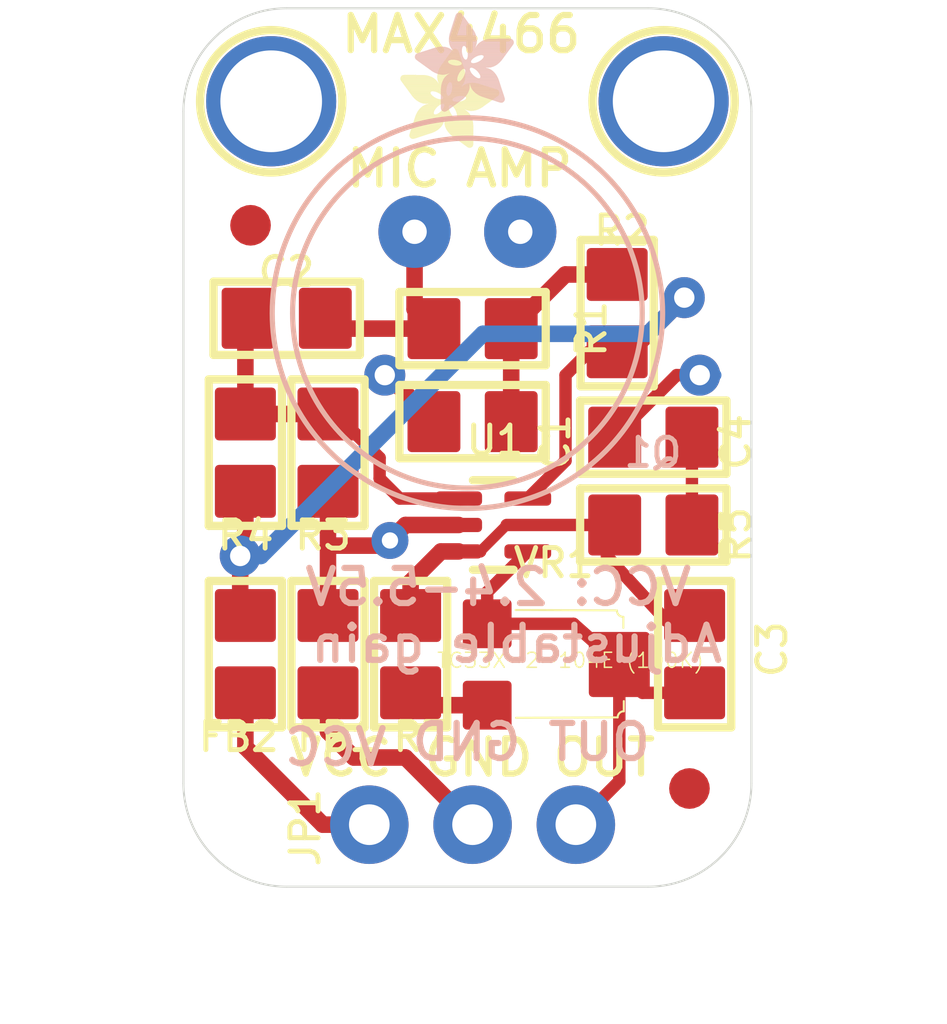
<source format=kicad_pcb>
(kicad_pcb (version 20211014) (generator pcbnew)
  (layers (0 "F.Cu" signal) (31 "B.Cu" signal) (34 "B.Paste" user) (35 "F.Paste" user) (36 "B.SilkS" user "B.Silkscreen") (37 "F.SilkS" user "F.Silkscreen") (38 "B.Mask" user) (39 "F.Mask" user) (44 "Edge.Cuts" user))
  (net 0 "")
  (net 1 "GND")
  (net 2 "VCC")
  (net 3 "N$3")
  (net 4 "N$4")
  (net 5 "N$5")
  (net 6 "AVCC")
  (net 7 "AGND")
  (net 8 "N$6")
  (net 9 "N$1")
  (net 10 "N$7")
  (net 11 "N$2")
  (footprint "boardEagle:FIDUCIAL_1MM" (layer "F.Cu") (at 143.1671 99.5426)
    (fp_text reference "FID2" hide)
    (fp_text value "FIDUCIAL\"\"" hide)
    (pad "1" smd roundrect (at 0 0) (size 1 1) (layers "F.Cu") (roundrect_rratio 0.5))
  )
  (footprint "boardEagle:0805" (layer "F.Cu") (at 145.0721 105.1306 90)
    (fp_text reference "R3" (at -2.032 0.635) (layer "F.SilkS") (effects (font (size 0.692831 0.692831) (thickness 0.119969)) (justify right)))
    (fp_text value "1M")
    (pad "1" smd roundrect (at -0.95 0 90) (size 1.3 1.5) (layers "F.Cu" "F.Paste" "F.Mask") (roundrect_rratio 0.07815384615) (net 7 "AGND"))
    (pad "2" smd roundrect (at 0.95 0 90) (size 1.3 1.5) (layers "F.Cu" "F.Paste" "F.Mask") (roundrect_rratio 0.07815384615) (net 5 "N$5"))
  )
  (footprint "boardEagle:0805" (layer "F.Cu") (at 153.0731 104.7496 180)
    (fp_text reference "C4" (at -2.032 0.635 90) (layer "F.SilkS") (effects (font (size 0.692831 0.692831) (thickness 0.119969)) (justify right)))
    (fp_text value "10uF")
    (pad "1" smd roundrect (at -0.95 0 180) (size 1.3 1.5) (layers "F.Cu" "F.Paste" "F.Mask") (roundrect_rratio 0.07815384615) (net 10 "N$7"))
    (pad "2" smd roundrect (at 0.95 0 180) (size 1.3 1.5) (layers "F.Cu" "F.Paste" "F.Mask") (roundrect_rratio 0.07815384615) (net 7 "AGND"))
  )
  (footprint "boardEagle:0805" (layer "F.Cu") (at 145.0721 110.0836 90)
    (fp_text reference "FB1" (at -2.032 1.27) (layer "F.SilkS") (effects (font (size 0.692831 0.692831) (thickness 0.119969)) (justify right)))
    (fp_text value "FERRITE")
    (pad "1" smd roundrect (at -0.95 0 90) (size 1.3 1.5) (layers "F.Cu" "F.Paste" "F.Mask") (roundrect_rratio 0.07815384615) (net 1 "GND"))
    (pad "2" smd roundrect (at 0.95 0 90) (size 1.3 1.5) (layers "F.Cu" "F.Paste" "F.Mask") (roundrect_rratio 0.07815384615) (net 7 "AGND"))
  )
  (footprint "boardEagle:0805" (layer "F.Cu") (at 144.0561 101.8286 180)
    (fp_text reference "C2" (at 0.762 1.143) (layer "F.SilkS") (effects (font (size 0.692831 0.692831) (thickness 0.119969)) (justify left)))
    (fp_text value "0.01uF")
    (pad "1" smd roundrect (at -0.95 0 180) (size 1.3 1.5) (layers "F.Cu" "F.Paste" "F.Mask") (roundrect_rratio 0.07815384615) (net 3 "N$3"))
    (pad "2" smd roundrect (at 0.95 0 180) (size 1.3 1.5) (layers "F.Cu" "F.Paste" "F.Mask") (roundrect_rratio 0.07815384615) (net 5 "N$5"))
  )
  (footprint "boardEagle:0805" (layer "F.Cu") (at 152.1841 101.7016 -90)
    (fp_text reference "R2" (at -2.032 0.635) (layer "F.SilkS") (effects (font (size 0.692831 0.692831) (thickness 0.119969)) (justify left)))
    (fp_text value "1K")
    (pad "1" smd roundrect (at -0.95 0 270) (size 1.3 1.5) (layers "F.Cu" "F.Paste" "F.Mask") (roundrect_rratio 0.07815384615) (net 4 "N$4"))
    (pad "2" smd roundrect (at 0.95 0 270) (size 1.3 1.5) (layers "F.Cu" "F.Paste" "F.Mask") (roundrect_rratio 0.07815384615) (net 6 "AVCC"))
  )
  (footprint "boardEagle:ADAFRUIT_2.5MM" (layer "F.Cu") (at 146.8501 97.6376)
    (fp_text reference "U$16" hide)
    (fp_text value "" hide)
  )
  (footprint "boardEagle:MOUNTINGHOLE_2.5_PLATED" (layer "F.Cu") (at 153.3271 96.4946)
    (fp_text reference "U$14" hide)
    (fp_text value "MOUNTINGHOLE2.5" hide)
    (pad "P$1" thru_hole circle (at 0 0) (size 3.2 3.2) (drill 2.5) (layers *.Cu *.Mask))
  )
  (footprint "boardEagle:0805" (layer "F.Cu") (at 143.0401 110.0836 -90)
    (fp_text reference "FB2" (at 2.032 -0.889) (layer "F.SilkS") (effects (font (size 0.692831 0.692831) (thickness 0.119969)) (justify right)))
    (fp_text value "FERRITE")
    (pad "1" smd roundrect (at -0.95 0 270) (size 1.3 1.5) (layers "F.Cu" "F.Paste" "F.Mask") (roundrect_rratio 0.07815384615) (net 6 "AVCC"))
    (pad "2" smd roundrect (at 0.95 0 270) (size 1.3 1.5) (layers "F.Cu" "F.Paste" "F.Mask") (roundrect_rratio 0.07815384615) (net 2 "VCC"))
  )
  (footprint "boardEagle:MOUNTINGHOLE_2.5_PLATED" (layer "F.Cu") (at 143.6751 96.4946)
    (fp_text reference "U$11" hide)
    (fp_text value "MOUNTINGHOLE2.5" hide)
    (pad "P$1" thru_hole circle (at 0 0) (size 3.2 3.2) (drill 2.5) (layers *.Cu *.Mask))
  )
  (footprint "boardEagle:0805" (layer "F.Cu") (at 154.0891 110.0836 90)
    (fp_text reference "C3" (at -0.635 1.905 90) (layer "F.SilkS") (effects (font (size 0.692831 0.692831) (thickness 0.119969)) (justify left)))
    (fp_text value "100pF")
    (pad "1" smd roundrect (at -0.95 0 90) (size 1.3 1.5) (layers "F.Cu" "F.Paste" "F.Mask") (roundrect_rratio 0.07815384615) (net 8 "N$6"))
    (pad "2" smd roundrect (at 0.95 0 90) (size 1.3 1.5) (layers "F.Cu" "F.Paste" "F.Mask") (roundrect_rratio 0.07815384615) (net 9 "N$1"))
  )
  (footprint "boardEagle:SC70-5" (layer "F.Cu") (at 149.1361 106.9086 -90)
    (fp_text reference "U1" (at -2.079 -0.819) (layer "F.SilkS") (effects (font (size 0.692831 0.692831) (thickness 0.119969)) (justify right)))
    (fp_text value "MAX4466EXK+T")
    (pad "1" smd roundrect (at -0.65 0.85 270) (size 0.35 1.15) (layers "F.Cu" "F.Paste" "F.Mask") (roundrect_rratio 0.2902857143) (net 5 "N$5"))
    (pad "2" smd roundrect (at 0 0.85 270) (size 0.35 1.15) (layers "F.Cu" "F.Paste" "F.Mask") (roundrect_rratio 0.2902857143) (net 7 "AGND"))
    (pad "3" smd roundrect (at 0.65 0.85 270) (size 0.35 1.15) (layers "F.Cu" "F.Paste" "F.Mask") (roundrect_rratio 0.2902857143) (net 9 "N$1"))
    (pad "4" smd roundrect (at 0.65 -0.85 270) (size 0.35 1.15) (layers "F.Cu" "F.Paste" "F.Mask") (roundrect_rratio 0.2902857143) (net 8 "N$6"))
    (pad "5" smd roundrect (at -0.65 -0.85 270) (size 0.35 1.15) (layers "F.Cu" "F.Paste" "F.Mask") (roundrect_rratio 0.2902857143) (net 6 "AVCC"))
  )
  (footprint "boardEagle:1X03_ROUND_76" (layer "F.Cu") (at 148.6281 114.2746)
    (fp_text reference "JP1" (at -4.1148 1.0922 90) (layer "F.SilkS") (effects (font (size 0.692831 0.692831) (thickness 0.119969)) (justify left)))
    (fp_text value "")
    (pad "1" thru_hole circle (at -2.54 0 90) (size 1.9304 1.9304) (drill 1) (layers *.Cu *.Mask) (net 2 "VCC"))
    (pad "2" thru_hole circle (at 0 0 90) (size 1.9304 1.9304) (drill 1) (layers *.Cu *.Mask) (net 1 "GND"))
    (pad "3" thru_hole circle (at 2.54 0 90) (size 1.9304 1.9304) (drill 1) (layers *.Cu *.Mask) (net 8 "N$6"))
  )
  (footprint "boardEagle:FIDUCIAL_1MM" (layer "F.Cu") (at 153.9621 113.3856)
    (fp_text reference "FID1" hide)
    (fp_text value "FIDUCIAL\"\"" hide)
    (pad "1" smd roundrect (at 0 0) (size 1 1) (layers "F.Cu") (roundrect_rratio 0.5))
  )
  (footprint "boardEagle:TRIMPOT_BOURNS_TC33X-2" (layer "F.Cu") (at 150.7871 110.3376 -90)
    (fp_text reference "VR1" (at -2.496 -0.89) (layer "F.SilkS") (effects (font (size 0.692831 0.692831) (thickness 0.119969)) (justify right)))
    (fp_text value "TC33X-2-104E (100K)" (at -0.101 -3.557) (layer "F.SilkS") (effects (font (size 0.369824 0.369824) (thickness 0.036576)) (justify right)))
    (pad "1" smd roundrect (at -1 1.8 270) (size 1.2 1.2) (layers "F.Cu" "F.Paste" "F.Mask") (roundrect_rratio 0.08466666667) (net 8 "N$6"))
    (pad "2" smd roundrect (at 0 -1.45 270) (size 1.6 1.5) (layers "F.Cu" "F.Paste" "F.Mask") (roundrect_rratio 0.06773333333) (net 8 "N$6"))
    (pad "3" smd roundrect (at 1 1.8 270) (size 1.2 1.2) (layers "F.Cu" "F.Paste" "F.Mask") (roundrect_rratio 0.08466666667) (net 11 "N$2"))
  )
  (footprint "boardEagle:0805" (layer "F.Cu") (at 153.0731 106.9086 180)
    (fp_text reference "R5" (at -2.032 0.508 90) (layer "F.SilkS") (effects (font (size 0.692831 0.692831) (thickness 0.119969)) (justify right)))
    (fp_text value "1K")
    (pad "1" smd roundrect (at -0.95 0 180) (size 1.3 1.5) (layers "F.Cu" "F.Paste" "F.Mask") (roundrect_rratio 0.07815384615) (net 10 "N$7"))
    (pad "2" smd roundrect (at 0.95 0 180) (size 1.3 1.5) (layers "F.Cu" "F.Paste" "F.Mask") (roundrect_rratio 0.07815384615) (net 9 "N$1"))
  )
  (footprint "boardEagle:0805" (layer "F.Cu") (at 147.1041 110.0836 -90)
    (fp_text reference "R7" (at 2.032 -1.016) (layer "F.SilkS") (effects (font (size 0.692831 0.692831) (thickness 0.119969)) (justify right)))
    (fp_text value "22K")
    (pad "1" smd roundrect (at -0.95 0 270) (size 1.3 1.5) (layers "F.Cu" "F.Paste" "F.Mask") (roundrect_rratio 0.07815384615) (net 9 "N$1"))
    (pad "2" smd roundrect (at 0.95 0 270) (size 1.3 1.5) (layers "F.Cu" "F.Paste" "F.Mask") (roundrect_rratio 0.07815384615) (net 11 "N$2"))
  )
  (footprint "boardEagle:0805" (layer "F.Cu") (at 143.0401 105.1306 -90)
    (fp_text reference "R4" (at 2.032 -0.762) (layer "F.SilkS") (effects (font (size 0.692831 0.692831) (thickness 0.119969)) (justify right)))
    (fp_text value "1M")
    (pad "1" smd roundrect (at -0.95 0 270) (size 1.3 1.5) (layers "F.Cu" "F.Paste" "F.Mask") (roundrect_rratio 0.07815384615) (net 5 "N$5"))
    (pad "2" smd roundrect (at 0.95 0 270) (size 1.3 1.5) (layers "F.Cu" "F.Paste" "F.Mask") (roundrect_rratio 0.07815384615) (net 6 "AVCC"))
  )
  (footprint "boardEagle:0805" (layer "F.Cu") (at 148.6281 104.3686 180)
    (fp_text reference "C1" (at -2.032 0.254 90) (layer "F.SilkS") (effects (font (size 0.692831 0.692831) (thickness 0.119969)) (justify right)))
    (fp_text value "0.1µF")
    (pad "1" smd roundrect (at -0.95 0 180) (size 1.3 1.5) (layers "F.Cu" "F.Paste" "F.Mask") (roundrect_rratio 0.07815384615) (net 4 "N$4"))
    (pad "2" smd roundrect (at 0.95 0 180) (size 1.3 1.5) (layers "F.Cu" "F.Paste" "F.Mask") (roundrect_rratio 0.07815384615) (net 7 "AGND"))
  )
  (footprint "boardEagle:0805" (layer "F.Cu") (at 148.6281 102.0826)
    (fp_text reference "R1" (at 2.921 0.762 90) (layer "F.SilkS") (effects (font (size 0.692831 0.692831) (thickness 0.119969)) (justify left)))
    (fp_text value "1K")
    (pad "1" smd roundrect (at -0.95 0) (size 1.3 1.5) (layers "F.Cu" "F.Paste" "F.Mask") (roundrect_rratio 0.07815384615) (net 3 "N$3"))
    (pad "2" smd roundrect (at 0.95 0) (size 1.3 1.5) (layers "F.Cu" "F.Paste" "F.Mask") (roundrect_rratio 0.07815384615) (net 4 "N$4"))
  )
  (footprint "boardEagle:ELECTRET_9.7" (layer "B.Cu") (at 148.5011 101.7016 180)
    (fp_text reference "Q1" (at -5.334 -3.429) (layer "B.SilkS") (effects (font (size 0.692831 0.692831) (thickness 0.119969)) (justify left mirror)))
    (fp_text value "CMA-4544PF-W")
    (pad "+" thru_hole circle (at 1.3 2 180) (size 1.778 1.778) (drill 0.6) (layers *.Cu *.Mask) (net 3 "N$3"))
    (pad "-" thru_hole circle (at -1.3 2 180) (size 1.778 1.778) (drill 0.6) (layers *.Cu *.Mask) (net 7 "AGND"))
  )
  (footprint "boardEagle:ADAFRUIT_2.5MM" (layer "B.Cu") (at 149.6441 96.7486 180)
    (fp_text reference "U$17" hide)
    (fp_text value "" hide)
  )
  (gr_arc (start 155.4861 113.2586) (mid 154.742151 115.054651) (end 152.9461 115.7986) (layer "Edge.Cuts") (width 0.05))
  (gr_line (start 144.0561 115.7986) (end 152.9461 115.7986) (layer "Edge.Cuts") (width 0.05))
  (gr_line (start 155.4861 113.2586) (end 155.4861 96.7486) (layer "Edge.Cuts") (width 0.05))
  (gr_line (start 152.9461 94.2086) (end 144.0561 94.2086) (layer "Edge.Cuts") (width 0.05))
  (gr_arc (start 144.0561 115.7986) (mid 142.260049 115.054651) (end 141.5161 113.2586) (layer "Edge.Cuts") (width 0.05))
  (gr_line (start 141.5161 96.7486) (end 141.5161 113.2586) (layer "Edge.Cuts") (width 0.05))
  (gr_arc (start 141.5161 96.7486) (mid 142.260049 94.952549) (end 144.0561 94.2086) (layer "Edge.Cuts") (width 0.05))
  (gr_arc (start 152.9461 94.2086) (mid 154.742151 94.952549) (end 155.4861 96.7486) (layer "Edge.Cuts") (width 0.05))
  (gr_text "VCC" (at 146.5961 112.8776) (layer "B.SilkS") (effects (font (size 0.8636 0.8636) (thickness 0.1524)) (justify left bottom mirror)))
  (gr_text "Adjustable gain" (at 154.8511 110.3376) (layer "B.SilkS") (effects (font (size 0.8636 0.8636) (thickness 0.1524)) (justify left bottom mirror)))
  (gr_text "GND" (at 149.8981 112.7506) (layer "B.SilkS") (effects (font (size 0.8636 0.8636) (thickness 0.1524)) (justify left bottom mirror)))
  (gr_text "OUT" (at 153.0731 112.7506) (layer "B.SilkS") (effects (font (size 0.8636 0.8636) (thickness 0.1524)) (justify left bottom mirror)))
  (gr_text "VCC: 2.4-5.5V" (at 154.0891 108.9406) (layer "B.SilkS") (effects (font (size 0.8636 0.8636) (thickness 0.1524)) (justify left bottom mirror)))
  (gr_text "VCC" (at 144.0561 113.1316) (layer "F.SilkS") (effects (font (size 0.8636 0.8636) (thickness 0.1524)) (justify left bottom)))
  (gr_text "OUT" (at 150.5331 113.1316) (layer "F.SilkS") (effects (font (size 0.8636 0.8636) (thickness 0.1524)) (justify left bottom)))
  (gr_text "GND" (at 147.3581 113.1316) (layer "F.SilkS") (effects (font (size 0.8636 0.8636) (thickness 0.1524)) (justify left bottom)))
  (gr_text "MAX4466" (at 145.3261 95.3516) (layer "F.SilkS") (effects (font (size 0.8636 0.8636) (thickness 0.1524)) (justify left bottom)))
  (gr_text "MIC AMP" (at 145.4531 98.6536) (layer "F.SilkS") (effects (font (size 0.8636 0.8636) (thickness 0.1524)) (justify left bottom)))
  (segment (start 145.7071 112.6236) (end 145.0721 111.9886) (width 0.4064) (layer "F.Cu") (net 1))
  (segment (start 148.6281 114.2746) (end 146.9771 112.6236) (width 0.4064) (layer "F.Cu") (net 1))
  (segment (start 146.9771 112.6236) (end 145.7071 112.6236) (width 0.4064) (layer "F.Cu") (net 1))
  (segment (start 145.0721 111.9886) (end 145.0721 111.0336) (width 0.4064) (layer "F.Cu") (net 1))
  (segment (start 144.9451 114.2746) (end 143.0401 112.3696) (width 0.4064) (layer "F.Cu") (net 2))
  (segment (start 146.0881 114.2746) (end 144.9451 114.2746) (width 0.4064) (layer "F.Cu") (net 2))
  (segment (start 143.0401 112.3696) (end 143.0401 111.0336) (width 0.4064) (layer "F.Cu") (net 2))
  (segment (start 145.0061 101.8286) (end 145.2601 102.0826) (width 0.4064) (layer "F.Cu") (net 3))
  (segment (start 145.2601 102.0826) (end 147.6781 102.0826) (width 0.4064) (layer "F.Cu") (net 3))
  (segment (start 147.2011 101.6056) (end 147.2011 99.7016) (width 0.4064) (layer "F.Cu") (net 3))
  (segment (start 147.6781 102.0826) (end 147.2011 101.6056) (width 0.4064) (layer "F.Cu") (net 3))
  (segment (start 150.9091 100.7516) (end 152.1841 100.7516) (width 0.4064) (layer "F.Cu") (net 4))
  (segment (start 149.5781 102.0826) (end 149.5781 104.3686) (width 0.4064) (layer "F.Cu") (net 4))
  (segment (start 149.5781 102.0826) (end 150.9091 100.7516) (width 0.4064) (layer "F.Cu") (net 4))
  (segment (start 146.8351 106.2586) (end 146.3421 105.7656) (width 0.3048) (layer "F.Cu") (net 5))
  (segment (start 143.0401 104.1806) (end 145.0721 104.1806) (width 0.4064) (layer "F.Cu") (net 5))
  (segment (start 146.3421 105.2576) (end 145.2651 104.1806) (width 0.3048) (layer "F.Cu") (net 5))
  (segment (start 143.1061 101.8286) (end 143.0401 101.8946) (width 0.4064) (layer "F.Cu") (net 5))
  (segment (start 148.2861 106.2586) (end 146.8351 106.2586) (width 0.3048) (layer "F.Cu") (net 5))
  (segment (start 143.0401 101.8946) (end 143.0401 104.1806) (width 0.4064) (layer "F.Cu") (net 5))
  (segment (start 145.2651 104.1806) (end 145.0721 104.1806) (width 0.3048) (layer "F.Cu") (net 5))
  (segment (start 145.5191 104.1806) (end 145.0721 104.1806) (width 0.3048) (layer "F.Cu") (net 5))
  (segment (start 146.3421 105.7656) (end 146.3421 105.2576) (width 0.3048) (layer "F.Cu") (net 5))
  (segment (start 152.5041 102.6516) (end 152.1841 102.6516) (width 0.4064) (layer "F.Cu") (net 6))
  (segment (start 151.4881 102.6516) (end 152.1841 102.6516) (width 0.3048) (layer "F.Cu") (net 6))
  (segment (start 150.9141 105.3306) (end 150.9141 103.2256) (width 0.3048) (layer "F.Cu") (net 6))
  (segment (start 142.9131 109.3876) (end 142.9131 107.6706) (width 0.4064) (layer "F.Cu") (net 6))
  (segment (start 143.0401 106.0806) (end 143.0401 107.5436) (width 0.4064) (layer "F.Cu") (net 6))
  (segment (start 149.9861 106.2586) (end 150.9141 105.3306) (width 0.3048) (layer "F.Cu") (net 6))
  (segment (start 143.0401 107.5436) (end 142.9131 107.6706) (width 0.4064) (layer "F.Cu") (net 6))
  (segment (start 143.0401 109.1336) (end 142.9131 109.3876) (width 0.4064) (layer "F.Cu") (net 6))
  (segment (start 150.9141 103.2256) (end 151.4881 102.6516) (width 0.3048) (layer "F.Cu") (net 6))
  (segment (start 153.8351 101.3206) (end 152.5041 102.6516) (width 0.4064) (layer "F.Cu") (net 6))
  (via (at 153.8351 101.3206) (size 1.008) (drill 0.5) (layers "F.Cu" "B.Cu") (net 6))
  (via (at 142.9131 107.6706) (size 1.008) (drill 0.5) (layers "F.Cu" "B.Cu") (net 6))
  (segment (start 142.9131 107.6706) (end 143.4211 107.6706) (width 0.4064) (layer "B.Cu") (net 6))
  (segment (start 143.4211 107.6706) (end 148.8821 102.2096) (width 0.4064) (layer "B.Cu") (net 6))
  (segment (start 152.9461 102.2096) (end 153.8351 101.3206) (width 0.4064) (layer "B.Cu") (net 6))
  (segment (start 148.8821 102.2096) (end 152.9461 102.2096) (width 0.4064) (layer "B.Cu") (net 6))
  (segment (start 146.4691 107.4166) (end 145.0721 107.4166) (width 0.4064) (layer "F.Cu") (net 7))
  (segment (start 145.0721 106.0806) (end 145.0721 107.4166) (width 0.4064) (layer "F.Cu") (net 7))
  (segment (start 145.0721 107.4166) (end 145.0721 109.1336) (width 0.4064) (layer "F.Cu") (net 7))
  (segment (start 153.6471 103.2256) (end 154.2161 103.2256) (width 0.3048) (layer "F.Cu") (net 7))
  (segment (start 146.9771 106.9086) (end 146.5961 107.2896) (width 0.4064) (layer "F.Cu") (net 7))
  (segment (start 152.1231 104.7496) (end 153.6471 103.2256) (width 0.3048) (layer "F.Cu") (net 7))
  (segment (start 146.5961 107.2896) (end 146.4691 107.4166) (width 0.4064) (layer "F.Cu") (net 7))
  (segment (start 145.3261 109.1336) (end 145.0721 109.1336) (width 0.4064) (layer "F.Cu") (net 7))
  (segment (start 148.2861 106.9086) (end 146.9771 106.9086) (width 0.4064) (layer "F.Cu") (net 7))
  (segment (start 147.6781 104.3686) (end 146.5351 103.2256) (width 0.4064) (layer "F.Cu") (net 7))
  (segment (start 146.5351 103.2256) (end 146.4691 103.2256) (width 0.4064) (layer "F.Cu") (net 7))
  (via (at 146.5961 107.2896) (size 0.908) (drill 0.4) (layers "F.Cu" "B.Cu") (net 7))
  (via (at 146.4691 103.2256) (size 1.008) (drill 0.5) (layers "F.Cu" "B.Cu") (net 7))
  (via (at 154.2161 103.2256) (size 1.008) (drill 0.5) (layers "F.Cu" "B.Cu") (net 7))
  (segment (start 154.2161 103.2256) (end 154.5971 103.2256) (width 0.3048) (layer "B.Cu") (net 7))
  (segment (start 146.4691 103.2256) (end 146.4691 102.9716) (width 0.4064) (layer "B.Cu") (net 7))
  (segment (start 151.1101 109.3376) (end 148.9871 109.3376) (width 0.3048) (layer "F.Cu") (net 8))
  (segment (start 152.2371 113.2056) (end 152.2371 110.3376) (width 0.3048) (layer "F.Cu") (net 8))
  (segment (start 152.8061 111.0336) (end 154.0891 111.0336) (width 0.3048) (layer "F.Cu") (net 8))
  (segment (start 148.9871 108.5576) (end 149.9861 107.5586) (width 0.3048) (layer "F.Cu") (net 8))
  (segment (start 152.2371 110.3376) (end 152.8061 111.0336) (width 0.3048) (layer "F.Cu") (net 8))
  (segment (start 151.1681 114.2746) (end 152.2371 113.2056) (width 0.3048) (layer "F.Cu") (net 8))
  (segment (start 148.9871 109.3376) (end 148.9871 108.5576) (width 0.3048) (layer "F.Cu") (net 8))
  (segment (start 152.2371 110.3376) (end 151.1101 109.3376) (width 0.3048) (layer "F.Cu") (net 8))
  (segment (start 151.9301 106.9696) (end 151.9911 106.9086) (width 0.4064) (layer "F.Cu") (net 9))
  (segment (start 151.9301 107.6706) (end 151.9301 106.9696) (width 0.3048) (layer "F.Cu") (net 9))
  (segment (start 147.8511 107.5586) (end 147.1041 108.3056) (width 0.4064) (layer "F.Cu") (net 9))
  (segment (start 148.8163 107.5586) (end 149.4663 106.9086) (width 0.254) (layer "F.Cu") (net 9))
  (segment (start 149.4663 106.9086) (end 152.1231 106.9086) (width 0.3048) (layer "F.Cu") (net 9))
  (segment (start 147.1041 108.3056) (end 147.1041 109.1336) (width 0.4064) (layer "F.Cu") (net 9))
  (segment (start 154.0891 109.1336) (end 153.3931 109.2606) (width 0.3048) (layer "F.Cu") (net 9))
  (segment (start 153.3931 109.2606) (end 151.9301 107.6706) (width 0.3048) (layer "F.Cu") (net 9))
  (segment (start 151.9911 106.9086) (end 152.1231 106.9086) (width 0.4064) (layer "F.Cu") (net 9))
  (segment (start 148.2861 107.5586) (end 147.8511 107.5586) (width 0.4064) (layer "F.Cu") (net 9))
  (segment (start 148.2861 107.5586) (end 148.8163 107.5586) (width 0.3048) (layer "F.Cu") (net 9))
  (segment (start 154.0231 104.7496) (end 154.0231 106.9086) (width 0.3048) (layer "F.Cu") (net 10))
  (segment (start 147.1041 111.0336) (end 147.1541 111.3376) (width 0.4064) (layer "F.Cu") (net 11))
  (segment (start 147.1541 111.3376) (end 148.9871 111.3376) (width 0.4064) (layer "F.Cu") (net 11))
)
</source>
